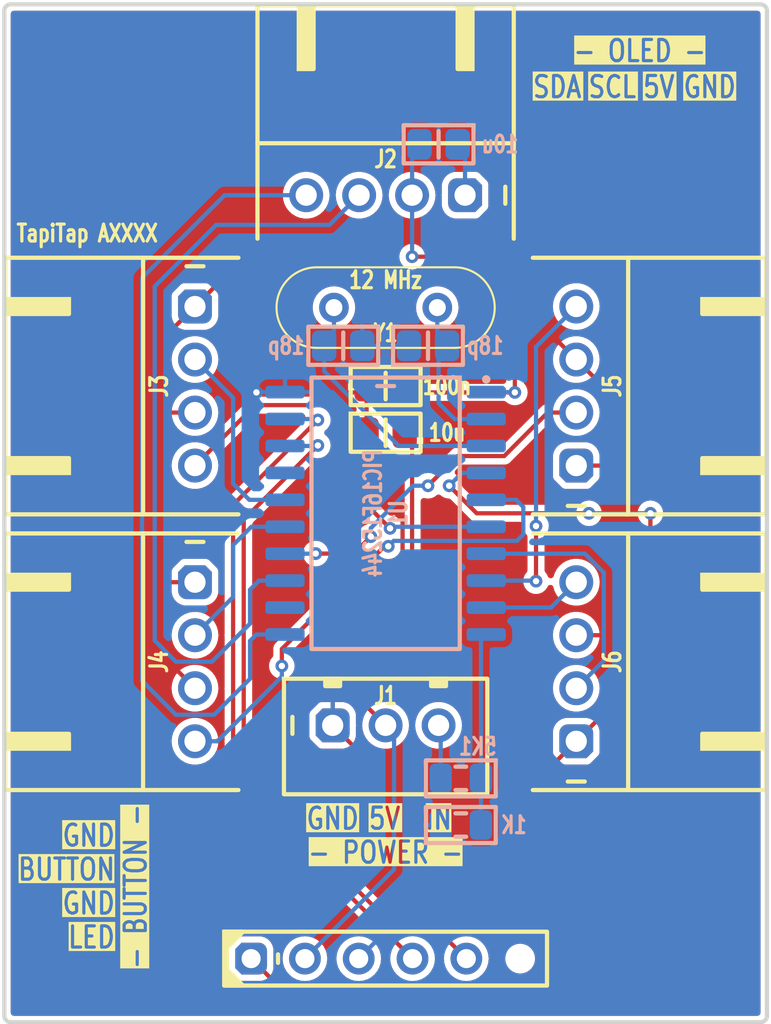
<source format=kicad_pcb>
(kicad_pcb (version 20240108) (generator "pcbnew") (generator_version "8.0")
  (layers (0 "F.Cu" signal) (31 "B.Cu" jumper) (34 "B.Paste" user) (35 "F.Paste" user) (36 "B.SilkS" user "B.Silkscreen") (37 "F.SilkS" user "F.Silkscreen") (38 "B.Mask" user) (39 "F.Mask" user) (44 "Edge.Cuts" user))
  (net 0 "")
  (net 1 "GND")
  (net 2 "5V")
  (net 3 "OSC1")
  (net 4 "OSC2")
  (net 5 "SCL")
  (net 6 "SDA")
  (net 7 "IN_BUTTON1")
  (net 8 "IN_BUTTON2")
  (net 9 "IN_BUTTON3")
  (net 10 "IN_BUTTON4")
  (net 11 "OUT_LED1")
  (net 12 "OUT_LED2")
  (net 13 "OUT_LED4")
  (net 14 "OUT_LED3")
  (net 15 "IN_ADC_BAT")
  (net 16 "ICSP_DAT")
  (net 17 "ISCP_CLK")
  (net 18 "ICSP_VPP")
  (net 19 "IN_Vinput")
  (footprint "Medo64:C (0805)" (layer "F.Cu") (at 38 40.2)
    (property "Reference" "C4" (hide yes))
    (property "Value" "10u" (at 2.9 0 0) (layer "F.SilkS") (effects (font (size 0.8 0.6) (thickness 0.15) (bold yes))))
    (fp_line (start 0 -0.625) (end 0 0.625) (stroke (width 0.2)) (layer "F.SilkS"))
    (fp_rect (start -1.65 -0.9) (end 1.65 0.9) (stroke (width 0.2)) (fill none) (layer "F.SilkS"))
    (pad "1" smd roundrect (at -0.9 0) (size 1.15 1.45) (layers "F.Cu" "F.Paste" "F.Mask") (net 1 "GND"))
    (pad "2" smd roundrect (at 0.9 0) (size 1.15 1.45) (layers "F.Cu" "F.Paste" "F.Mask") (net 2 "5V"))
  )
  (footprint "Medo64:J JST XH S (4w)" (layer "F.Cu") (at 47 51 90)
    (property "Reference" "J6" (at 0 1.7 -90) (layer "F.SilkS") (effects (font (size 0.8 0.6) (thickness 0.15) (bold yes))))
    (property "Value" "S4B-XH-A")
    (fp_line (start 6.05 -2.05) (end 6.05 2.45) (stroke (width 0.2)) (layer "F.SilkS"))
    (fp_line (start -6.05 -2.05) (end -6.05 2.45) (stroke (width 0.2)) (layer "F.SilkS"))
    (fp_line (start -5.65 -0.4) (end -5.65 0.4) (stroke (width 0.2)) (layer "F.SilkS"))
    (fp_rect (start -6.05 2.45) (end 6.05 8.95) (stroke (width 0.2)) (fill none) (layer "F.SilkS"))
    (fp_rect (start 4.1 5.95) (end 3.4 8.95) (stroke (width 0.2)) (fill solid) (layer "F.SilkS"))
    (fp_rect (start -4.1 5.95) (end -3.4 8.95) (stroke (width 0.2)) (fill solid) (layer "F.SilkS"))
    (pad "1" thru_hole roundrect (at -3.75 0 90) (size 1.6 1.6) (drill 1) (layers "*.Cu" "B.Mask") (chamfer_ratio 0.2) (chamfer top_left bottom_left) (net 1 "GND"))
    (pad "2" thru_hole circle (at -1.25 0 90) (size 1.6 1.6) (drill 1) (layers "*.Cu" "B.Mask") (net 10 "IN_BUTTON4"))
    (pad "3" thru_hole circle (at 1.25 0 90) (size 1.6 1.6) (drill 1) (layers "*.Cu" "B.Mask") (net 1 "GND"))
    (pad "4" thru_hole circle (at 3.75 0 90) (size 1.6 1.6) (drill 1) (layers "*.Cu" "B.Mask") (net 13 "OUT_LED4"))
  )
  (footprint "Medo64:J JST XH B (3w)" (layer "F.Cu") (at 38 54)
    (property "Reference" "J1" (at 0 -1.4 0) (layer "F.SilkS") (effects (font (size 0.8 0.6) (thickness 0.15) (bold yes))))
    (property "Value" "S4B-XH-A")
    (fp_line (start -4.4 -0.4) (end -4.4 0.4) (stroke (width 0.2)) (layer "F.SilkS"))
    (fp_rect (start -4.8 -2.2) (end 4.8 3.25) (stroke (width 0.2)) (fill none) (layer "F.SilkS"))
    (fp_rect (start -2.85 -2.2) (end -2.15 -1.85) (stroke (width 0.2)) (fill solid) (layer "F.SilkS"))
    (fp_rect (start 2.85 -2.2) (end 2.15 -1.85) (stroke (width 0.2)) (fill solid) (layer "F.SilkS"))
    (pad "1" thru_hole roundrect (at -2.5 0) (size 1.6 1.6) (drill 1) (layers "*.Cu" "B.Mask") (chamfer_ratio 0.2) (chamfer top_left bottom_left) (net 1 "GND"))
    (pad "2" thru_hole circle (at 0 0) (size 1.6 1.6) (drill 1) (layers "*.Cu" "B.Mask") (net 2 "5V"))
    (pad "3" thru_hole circle (at 2.5 0) (size 1.6 1.6) (drill 1) (layers "*.Cu" "B.Mask") (net 19 "IN_Vinput"))
  )
  (footprint "Medo64:J JST XH S (4w)" (layer "F.Cu") (at 38 29 180)
    (property "Reference" "J2" (at 0 1.7 180) (layer "F.SilkS") (effects (font (size 0.8 0.6) (thickness 0.15) (bold yes))))
    (property "Value" "S4B-XH-A")
    (fp_line (start 6.05 -2.05) (end 6.05 2.45) (stroke (width 0.2)) (layer "F.SilkS"))
    (fp_line (start -5.65 -0.4) (end -5.65 0.4) (stroke (width 0.2)) (layer "F.SilkS"))
    (fp_line (start -6.05 -2.05) (end -6.05 2.45) (stroke (width 0.2)) (layer "F.SilkS"))
    (fp_rect (start 4.1 5.95) (end 3.4 8.95) (stroke (width 0.2)) (fill solid) (layer "F.SilkS"))
    (fp_rect (start -4.1 5.95) (end -3.4 8.95) (stroke (width 0.2)) (fill solid) (layer "F.SilkS"))
    (fp_rect (start -6.05 2.45) (end 6.05 8.95) (stroke (width 0.2)) (fill none) (layer "F.SilkS"))
    (pad "1" thru_hole roundrect (at -3.75 0 180) (size 1.6 1.6) (drill 1) (layers "*.Cu" "B.Mask") (chamfer_ratio 0.2) (chamfer top_left bottom_left) (net 1 "GND"))
    (pad "2" thru_hole circle (at -1.25 0 180) (size 1.6 1.6) (drill 1) (layers "*.Cu" "B.Mask") (net 2 "5V"))
    (pad "3" thru_hole circle (at 1.25 0 180) (size 1.6 1.6) (drill 1) (layers "*.Cu" "B.Mask") (net 5 "SCL"))
    (pad "4" thru_hole circle (at 3.75 0 180) (size 1.6 1.6) (drill 1) (layers "*.Cu" "B.Mask") (net 6 "SDA"))
  )
  (footprint "Medo64:ICON Medo64" (layer "F.Cu") (at 24 24)
    (property "Reference" "ICON" (hide yes))
    (property "Value" "Medo64" (hide yes))
    (fp_poly (pts (xy 0.569 -0.353) (xy 0.506 -0.707) (xy 0.554 -0.778) (xy 0.719 -0.8) (xy 0.885 -0.786) (xy 0.979 -0.733) (xy 1.012 -0.682) (xy 0.902 -0.659) (xy 0.892 -0.612) (xy 0.793 -0.5) (xy 0.659 -0.583) (xy 0.647 -0.581) (xy 0.632 -0.391) (xy 0.622 -0.353) (xy 0.592 -0.334)) (stroke (width 0.1)) (fill solid) (layer "F.Cu"))
    (fp_poly (pts (xy -0.347 -0.253) (xy -0.412 -0.648) (xy -0.502 -0.544) (xy -0.626 -0.56) (xy -0.646 -0.595) (xy -0.654 -0.695) (xy -0.79 -0.696) (xy -0.777 -0.752) (xy -0.709 -0.806) (xy -0.594 -0.838) (xy -0.594 -0.861) (xy -0.645 -0.874) (xy -0.654 -0.893) (xy -0.626 -0.915) (xy -0.491 -0.913) (xy -0.267 -0.874) (xy -0.168 -0.787) (xy -0.23 -0.486) (xy -0.331 -0.233) (xy -0.339 -0.24)) (stroke (width 0.1)) (fill solid) (layer "F.Cu"))
    (fp_poly (pts (xy 0.115 0.742) (xy 0.0899 0.706) (xy 0.0781 0.566) (xy 0.0622 0.52) (xy 0.00798 0.502) (xy -0.097 0.566) (xy -0.155 0.508) (xy -0.174 0.31) (xy -0.101 0.133) (xy -0.0361 0.108) (xy 0.168 0.103) (xy 0.347 0.109) (xy 0.44 0.12) (xy 0.515 0.205) (xy 0.54 0.36) (xy 0.533 0.466) (xy 0.5 0.535) (xy 0.431 0.596) (xy 0.384 0.562) (xy 0.365 0.53) (xy 0.342 0.512) (xy 0.286 0.53) (xy 0.257 0.652) (xy 0.212 0.749)) (stroke (width 0.1)) (fill solid) (layer "F.Cu"))
    (fp_poly (pts (xy 1.137 1.588) (xy 1.377 1.227) (xy 1.493 0.853) (xy 1.544 0.455) (xy 1.551 0.378) (xy 1.595 0.367) (xy 1.649 0.379) (xy 1.781 0.45) (xy 1.801 0.39) (xy 1.761 0.0848) (xy 1.586 -0.417) (xy 1.555 -0.511) (xy 1.55 -0.558) (xy 1.648 -0.527) (xy 1.79 -0.423) (xy 1.958 -0.207) (xy 2.045 0.013) (xy 2.05 0.076) (xy 1.964 0.0819) (xy 1.999 0.548) (xy 1.973 0.89) (xy 1.846 1.245) (xy 1.444 1.662) (xy 1.007 1.949) (xy 0.62 2.1)) (stroke (width 0.1)) (fill solid) (layer "F.Cu"))
    (fp_poly (pts (xy -0.162 2.027) (xy -1.067 1.539) (xy -1.715 0.923) (xy -1.847 0.71) (xy -1.921 0.519) (xy -2.079 0.567) (xy -2.095 0.469) (xy -2.062 0.0937) (xy -1.952 -0.314) (xy -1.982 -0.367) (xy -2.06 -0.354) (xy -2.077 -0.422) (xy -1.93 -0.912) (xy -2.032 -1.227) (xy -2.034 -1.544) (xy -1.998 -1.647) (xy -1.903 -1.796) (xy -1.782 -1.9) (xy -1.695 -1.941) (xy -1.468 -1.93) (xy -1.663 -1.801) (xy -1.722 -1.753) (xy -1.784 -1.659) (xy -1.735 -1.66) (xy -1.576 -1.778) (xy -1.371 -1.817) (xy -1.254 -1.827) (xy -1.134 -1.877) (xy -0.852 -1.987) (xy -0.528 -2.073) (xy -0.0731 -2.1) (xy 0.509 -2.05) (xy 1.073 -1.842) (xy 1.317 -1.73) (xy 1.649 -1.779) (xy 1.837 -1.763) (xy 2.065 -1.59) (xy 1.802 -1.633) (xy 1.67 -1.615) (xy 1.959 -1.505) (xy 2.067 -1.378) (xy 2.085 -1.212) (xy 2.009 -0.915) (xy 2.099 -0.563) (xy 2.055 -0.501) (xy 1.891 -0.746) (xy 1.396 -1.198) (xy 1.522 -1.254) (xy 1.413 -1.428) (xy 1.101 -1.627) (xy 0.403 -1.839) (xy -0.366 -1.813) (xy -0.919 -1.642) (xy -1.209 -1.43) (xy -1.227 -1.366) (xy -0.981 -1.3) (xy -0.886 -1.23) (xy -1.21 -1.035) (xy -1.558 -0.628) (xy -1.682 -0.293) (xy -1.663 -0.238) (xy -1.492 -0.262) (xy -1.468 -0.242) (xy -1.547 0.268) (xy -1.529 0.375) (xy -1.464 0.408) (xy -1.339 0.39) (xy -1.231 0.419) (xy -1.16 0.905) (xy -0.625 0.656) (xy -0.494 0.655) (xy -0.414 1.002) (xy 0.18 1.002) (xy 0.561 1.064) (xy 0.751 0.985) (xy 0.746 1.053) (xy 0.624 1.17) (xy 0.142 1.154) (xy -0.23 1.188) (xy -0.449 1.178) (xy -0.342 1.347) (xy -0.189 1.45) (xy -0.0588 1.5) (xy 0.291 1.511) (xy 0.537 1.463) (xy 0.568 1.475) (xy 0.523 1.584) (xy 0.188 1.888) (xy 0.0332 2.1)) (stroke (width 0.1)) (fill solid) (layer "F.Cu"))
  )
  (footprint "Medo64:C (0805)" (layer "F.Cu") (at 38 38)
    (property "Reference" "C3" (hide yes))
    (property "Value" "100n" (at 2.9 0 0) (layer "F.SilkS") (effects (font (size 0.8 0.6) (thickness 0.15) (bold yes))))
    (fp_line (start 0 -0.625) (end 0 0.625) (stroke (width 0.2)) (layer "F.SilkS"))
    (fp_rect (start -1.65 -0.9) (end 1.65 0.9) (stroke (width 0.2)) (fill none) (layer "F.SilkS"))
    (pad "1" smd roundrect (at -0.9 0) (size 1.15 1.45) (layers "F.Cu" "F.Paste" "F.Mask") (net 1 "GND"))
    (pad "2" smd roundrect (at 0.9 0) (size 1.15 1.45) (layers "F.Cu" "F.Paste" "F.Mask") (net 2 "5V"))
  )
  (footprint "Medo64:ICSP PIC Pogo (6w)" (layer "F.Cu") (at 38 65)
    (property "Reference" "ICSP" (hide yes))
    (property "Value" "Microchip PIC" (hide yes))
    (fp_line (start -5.08 -0.2) (end -5.08 0.2) (stroke (width 0.2)) (layer "F.SilkS"))
    (fp_rect (start -7.62 -1.27) (end 7.62 1.27) (stroke (width 0.2)) (fill none) (layer "F.SilkS"))
    (fp_poly (pts (xy -7.493 -0.508) (xy -6.731 -1.27) (xy -7.62 -1.27) (xy -7.62 1.27) (xy -6.731 1.27) (xy -7.493 0.508)) (stroke (width 0.2)) (fill solid) (layer "F.SilkS"))
    (pad "" np_thru_hole circle (at 6.35 0) (size 0.9 0.9) (drill 0.9) (layers "F&B.Cu" "*.Mask"))
    (pad "1" thru_hole roundrect (at -6.35 0) (size 1.5 1.5) (drill 0.9) (layers "*.Cu" "*.Mask") (chamfer_ratio 0.2) (chamfer top_left bottom_left) (net 18 "ICSP_VPP"))
    (pad "2" thru_hole circle (at -3.81 0) (size 1.5 1.5) (drill 0.9) (layers "*.Cu" "*.Mask") (net 2 "5V"))
    (pad "3" thru_hole circle (at -1.27 0) (size 1.5 1.5) (drill 0.9) (layers "*.Cu" "*.Mask") (net 1 "GND"))
    (pad "4" thru_hole circle (at 1.27 0) (size 1.5 1.5) (drill 0.9) (layers "*.Cu" "*.Mask") (net 16 "ICSP_DAT"))
    (pad "5" thru_hole circle (at 3.81 0) (size 1.5 1.5) (drill 0.9) (layers "*.Cu" "*.Mask") (net 17 "ISCP_CLK"))
  )
  (footprint "Medo64:J JST XH S (4w)" (layer "F.Cu") (at 29 38 -90)
    (property "Reference" "J3" (at 0 1.7 90) (layer "F.SilkS") (effects (font (size 0.8 0.6) (thickness 0.15) (bold yes))))
    (property "Value" "S4B-XH-A")
    (fp_line (start -5.65 -0.4) (end -5.65 0.4) (stroke (width 0.2)) (layer "F.SilkS"))
    (fp_line (start -6.05 -2.05) (end -6.05 2.45) (stroke (width 0.2)) (layer "F.SilkS"))
    (fp_line (start 6.05 -2.05) (end 6.05 2.45) (stroke (width 0.2)) (layer "F.SilkS"))
    (fp_rect (start -4.1 5.95) (end -3.4 8.95) (stroke (width 0.2)) (fill solid) (layer "F.SilkS"))
    (fp_rect (start 4.1 5.95) (end 3.4 8.95) (stroke (width 0.2)) (fill solid) (layer "F.SilkS"))
    (fp_rect (start -6.05 2.45) (end 6.05 8.95) (stroke (width 0.2)) (fill none) (layer "F.SilkS"))
    (pad "1" thru_hole roundrect (at -3.75 0 270) (size 1.6 1.6) (drill 1) (layers "*.Cu" "B.Mask") (chamfer_ratio 0.2) (chamfer top_left bottom_left) (net 1 "GND"))
    (pad "2" thru_hole circle (at -1.25 0 270) (size 1.6 1.6) (drill 1) (layers "*.Cu" "B.Mask") (net 7 "IN_BUTTON1"))
    (pad "3" thru_hole circle (at 1.25 0 270) (size 1.6 1.6) (drill 1) (layers "*.Cu" "B.Mask") (net 1 "GND"))
    (pad "4" thru_hole circle (at 3.75 0 270) (size 1.6 1.6) (drill 1) (layers "*.Cu" "B.Mask") (net 11 "OUT_LED1"))
  )
  (footprint "Medo64:J JST XH S (4w)" (layer "F.Cu") (at 47 38 90)
    (property "Reference" "J5" (at 0 1.7 -90) (layer "F.SilkS") (effects (font (size 0.8 0.6) (thickness 0.15) (bold yes))))
    (property "Value" "S4B-XH-A")
    (fp_line (start 6.05 -2.05) (end 6.05 2.45) (stroke (width 0.2)) (layer "F.SilkS"))
    (fp_line (start -6.05 -2.05) (end -6.05 2.45) (stroke (width 0.2)) (layer "F.SilkS"))
    (fp_line (start -5.65 -0.4) (end -5.65 0.4) (stroke (width 0.2)) (layer "F.SilkS"))
    (fp_rect (start -6.05 2.45) (end 6.05 8.95) (stroke (width 0.2)) (fill none) (layer "F.SilkS"))
    (fp_rect (start 4.1 5.95) (end 3.4 8.95) (stroke (width 0.2)) (fill solid) (layer "F.SilkS"))
    (fp_rect (start -4.1 5.95) (end -3.4 8.95) (stroke (width 0.2)) (fill solid) (layer "F.SilkS"))
    (pad "1" thru_hole roundrect (at -3.75 0 90) (size 1.6 1.6) (drill 1) (layers "*.Cu" "B.Mask") (chamfer_ratio 0.2) (chamfer top_left bottom_left) (net 1 "GND"))
    (pad "2" thru_hole circle (at -1.25 0 90) (size 1.6 1.6) (drill 1) (layers "*.Cu" "B.Mask") (net 9 "IN_BUTTON3"))
    (pad "3" thru_hole circle (at 1.25 0 90) (size 1.6 1.6) (drill 1) (layers "*.Cu" "B.Mask") (net 1 "GND"))
    (pad "4" thru_hole circle (at 3.75 0 90) (size 1.6 1.6) (drill 1) (layers "*.Cu" "B.Mask") (net 14 "OUT_LED3"))
  )
  (footprint "Medo64:J JST XH S (4w)" (layer "F.Cu") (at 29 51 -90)
    (property "Reference" "J4" (at 0 1.7 90) (layer "F.SilkS") (effects (font (size 0.8 0.6) (thickness 0.15) (bold yes))))
    (property "Value" "S4B-XH-A")
    (fp_line (start -5.65 -0.4) (end -5.65 0.4) (stroke (width 0.2)) (layer "F.SilkS"))
    (fp_line (start -6.05 -2.05) (end -6.05 2.45) (stroke (width 0.2)) (layer "F.SilkS"))
    (fp_line (start 6.05 -2.05) (end 6.05 2.45) (stroke (width 0.2)) (layer "F.SilkS"))
    (fp_rect (start -4.1 5.95) (end -3.4 8.95) (stroke (width 0.2)) (fill solid) (layer "F.SilkS"))
    (fp_rect (start 4.1 5.95) (end 3.4 8.95) (stroke (width 0.2)) (fill solid) (layer "F.SilkS"))
    (fp_rect (start -6.05 2.45) (end 6.05 8.95) (stroke (width 0.2)) (fill none) (layer "F.SilkS"))
    (pad "1" thru_hole roundrect (at -3.75 0 270) (size 1.6 1.6) (drill 1) (layers "*.Cu" "B.Mask") (chamfer_ratio 0.2) (chamfer top_left bottom_left) (net 1 "GND"))
    (pad "2" thru_hole circle (at -1.25 0 270) (size 1.6 1.6) (drill 1) (layers "*.Cu" "B.Mask") (net 8 "IN_BUTTON2"))
    (pad "3" thru_hole circle (at 1.25 0 270) (size 1.6 1.6) (drill 1) (layers "*.Cu" "B.Mask") (net 1 "GND"))
    (pad "4" thru_hole circle (at 3.75 0 270) (size 1.6 1.6) (drill 1) (layers "*.Cu" "B.Mask") (net 12 "OUT_LED2"))
  )
  (footprint "Medo64:Y Crystal (HC49U)" (layer "F.Cu") (at 38 34.3 180)
    (property "Reference" "Y1" (at 0 -1.2 180) (layer "F.SilkS") (effects (font (size 0.8 0.6) (thickness 0.15) (bold yes))))
    (property "Value" "12 MHz" (at 0 1.3 180) (layer "F.SilkS") (effects (font (size 0.8 0.6) (thickness 0.15) (bold yes))))
    (fp_line (start -3.25 1.9) (end 3.25 1.9) (stroke (width 0.1)) (layer "F.SilkS"))
    (fp_line (start -3.25 -1.9) (end 3.25 -1.9) (stroke (width 0.1)) (layer "F.SilkS"))
    (fp_arc (start 5.15 0) (mid 4.593503 1.343503) (end 3.25 1.9) (stroke (width 0.1)) (layer "F.SilkS"))
    (fp_arc (start 3.25 -1.9) (mid 4.593503 -1.343503) (end 5.15 0) (stroke (width 0.1)) (layer "F.SilkS"))
    (fp_arc (start -3.25 1.9) (mid -4.593503 1.343503) (end -5.15 0) (stroke (width 0.1)) (layer "F.SilkS"))
    (fp_arc (start -5.15 0) (mid -4.593503 -1.343503) (end -3.25 -1.9) (stroke (width 0.1)) (layer "F.SilkS"))
    (pad "1" thru_hole circle (at -2.44 0 180) (size 1.4 1.4) (drill 0.8) (layers "*.Cu" "B.Mask") (net 3 "OSC1"))
    (pad "2" thru_hole circle (at 2.44 0 180) (size 1.4 1.4) (drill 0.8) (layers "*.Cu" "B.Mask") (net 4 "OSC2"))
  )
  (footprint "Medo64:C (0805)" (layer "B.Cu") (at 40.5 26.6)
    (property "Reference" "C5" (hide yes))
    (property "Value" "10u" (at 2.9 0 0) (layer "B.SilkS") (effects (font (size 0.8 0.6) (thickness 0.15) (bold yes)) (justify mirror)))
    (fp_line (start 0 -0.625) (end 0 0.625) (stroke (width 0.2)) (layer "B.SilkS"))
    (fp_rect (start 1.65 -0.9) (end -1.65 0.9) (stroke (width 0.2)) (fill none) (layer "B.SilkS"))
    (pad "1" smd roundrect (at -0.9 0) (size 1.15 1.45) (layers "B.Cu" "B.Paste" "B.Mask") (net 2 "5V"))
    (pad "2" smd roundrect (at 0.9 0) (size 1.15 1.45) (layers "B.Cu" "B.Paste" "B.Mask") (net 1 "GND"))
  )
  (footprint "Medo64:C (0805)" (layer "B.Cu") (at 40 36.1 180)
    (property "Reference" "C1" (hide yes))
    (property "Value" "18p" (at -2.7 0 180) (layer "B.SilkS") (effects (font (size 0.8 0.6) (thickness 0.15) (bold yes)) (justify mirror)))
    (fp_line (start 0 -0.625) (end 0 0.625) (stroke (width 0.2)) (layer "B.SilkS"))
    (fp_rect (start 1.65 -0.9) (end -1.65 0.9) (stroke (width 0.2)) (fill none) (layer "B.SilkS"))
    (pad "1" smd roundrect (at -0.9 0 180) (size 1.15 1.45) (layers "B.Cu" "B.Paste" "B.Mask") (net 3 "OSC1"))
    (pad "2" smd roundrect (at 0.9 0 180) (size 1.15 1.45) (layers "B.Cu" "B.Paste" "B.Mask") (net 1 "GND"))
  )
  (footprint "Medo64:U Micro [PIC16F15244] (SOIC-20)" (layer "B.Cu") (at 38 44 180)
    (property "Reference" "U1" (at -0.6 0 -90) (layer "B.SilkS") (effects (font (size 0.8 0.6)) (justify mirror)))
    (property "Value" "PIC16F15244" (at 0.6 0 -90) (layer "B.SilkS") (effects (font (size 0.8 0.6)) (justify mirror)))
    (fp_line (start 0.4 6) (end -0.4 6) (stroke (width 0.2)) (layer "B.SilkS"))
    (fp_rect (start -3.5 6.4) (end 3.5 -6.4) (stroke (width 0.2)) (fill none) (layer "B.SilkS"))
    (fp_circle (center -4.75 6.315) (end -4.6 6.315) (stroke (width 0.1)) (fill solid) (layer "B.SilkS"))
    (pad "1" smd roundrect (at -4.75 5.715 180) (size 1.85 0.6) (layers "B.Cu" "B.Paste" "B.Mask") (chamfer_ratio 0.2) (chamfer bottom_left bottom_right) (net 2 "5V"))
    (pad "2" smd roundrect (at -4.75 4.445 180) (size 1.85 0.6) (layers "B.Cu" "B.Paste" "B.Mask") (net 3 "OSC1"))
    (pad "3" smd roundrect (at -4.75 3.175 180) (size 1.85 0.6) (layers "B.Cu" "B.Paste" "B.Mask") (net 4 "OSC2"))
    (pad "4" smd roundrect (at -4.75 1.905 180) (size 1.85 0.6) (layers "B.Cu" "B.Paste" "B.Mask") (net 18 "ICSP_VPP"))
    (pad "5" smd roundrect (at -4.75 0.635 180) (size 1.85 0.6) (layers "B.Cu" "B.Paste" "B.Mask") (net 12 "OUT_LED2"))
    (pad "6" smd roundrect (at -4.75 -0.635 180) (size 1.85 0.6) (layers "B.Cu" "B.Paste" "B.Mask") (net 11 "OUT_LED1"))
    (pad "7" smd roundrect (at -4.75 -1.905 180) (size 1.85 0.6) (layers "B.Cu" "B.Paste" "B.Mask") (net 10 "IN_BUTTON4"))
    (pad "8" smd roundrect (at -4.75 -3.175 180) (size 1.85 0.6) (layers "B.Cu" "B.Paste" "B.Mask") (net 14 "OUT_LED3"))
    (pad "9" smd roundrect (at -4.75 -4.445 180) (size 1.85 0.6) (layers "B.Cu" "B.Paste" "B.Mask") (net 13 "OUT_LED4"))
    (pad "10" smd roundrect (at -4.75 -5.715 180) (size 1.85 0.6) (layers "B.Cu" "B.Paste" "B.Mask") (net 15 "IN_ADC_BAT"))
    (pad "11" smd roundrect (at 4.75 -5.715 180) (size 1.85 0.6) (layers "B.Cu" "B.Paste" "B.Mask") (net 6 "SDA"))
    (pad "12" smd roundrect (at 4.75 -4.445 180) (size 1.85 0.6) (layers "B.Cu" "B.Paste" "B.Mask"))
    (pad "13" smd roundrect (at 4.75 -3.175 180) (size 1.85 0.6) (layers "B.Cu" "B.Paste" "B.Mask") (net 5 "SCL"))
    (pad "14" smd roundrect (at 4.75 -1.905 180) (size 1.85 0.6) (layers "B.Cu" "B.Paste" "B.Mask") (net 9 "IN_BUTTON3"))
    (pad "15" smd roundrect (at 4.75 -0.635 180) (size 1.85 0.6) (layers "B.Cu" "B.Paste" "B.Mask") (net 8 "IN_BUTTON2"))
    (pad "16" smd roundrect (at 4.75 0.635 180) (size 1.85 0.6) (layers "B.Cu" "B.Paste" "B.Mask") (net 7 "IN_BUTTON1"))
    (pad "17" smd roundrect (at 4.75 1.905 180) (size 1.85 0.6) (layers "B.Cu" "B.Paste" "B.Mask"))
    (pad "18" smd roundrect (at 4.75 3.175 180) (size 1.85 0.6) (layers "B.Cu" "B.Paste" "B.Mask") (net 17 "ISCP_CLK"))
    (pad "19" smd roundrect (at 4.75 4.445 180) (size 1.85 0.6) (layers "B.Cu" "B.Paste" "B.Mask") (net 16 "ICSP_DAT"))
    (pad "20" smd roundrect (at 4.75 5.715 180) (size 1.85 0.6) (layers "B.Cu" "B.Paste" "B.Mask") (net 1 "GND"))
  )
  (footprint "Medo64:C (0805)" (layer "B.Cu") (at 36 36.1)
    (property "Reference" "C2" (hide yes))
    (property "Value" "18p" (at -2.7 0 0) (layer "B.SilkS") (effects (font (size 0.8 0.6) (thickness 0.15) (bold yes)) (justify mirror)))
    (fp_line (start 0 -0.625) (end 0 0.625) (stroke (width 0.2)) (layer "B.SilkS"))
    (fp_rect (start 1.65 -0.9) (end -1.65 0.9) (stroke (width 0.2)) (fill none) (layer "B.SilkS"))
    (pad "1" smd roundrect (at -0.9 0) (size 1.15 1.45) (layers "B.Cu" "B.Paste" "B.Mask") (net 4 "OSC2"))
    (pad "2" smd roundrect (at 0.9 0) (size 1.15 1.45) (layers "B.Cu" "B.Paste" "B.Mask") (net 1 "GND"))
  )
  (footprint "Medo64:R (0805)" (layer "B.Cu") (at 41.55 56.5)
    (property "Reference" "R2" (hide yes))
    (property "Value" "5K1" (at 0.8 -1.5 0) (layer "B.SilkS") (effects (font (size 0.8 0.6)) (justify mirror)))
    (fp_line (start 0.25 -0.55) (end -0.25 -0.55) (stroke (width 0.2)) (layer "B.SilkS"))
    (fp_line (start 0.25 0.55) (end -0.25 0.55) (stroke (width 0.2)) (layer "B.SilkS"))
    (fp_rect (start 1.65 -0.85) (end -1.65 0.85) (stroke (width 0.2)) (fill none) (layer "B.SilkS"))
    (pad "1" smd roundrect (at -0.95 0) (size 1.05 1.4) (layers "B.Cu" "B.Paste" "B.Mask") (net 19 "IN_Vinput"))
    (pad "2" smd roundrect (at 0.95 0) (size 1.05 1.4) (layers "B.Cu" "B.Paste" "B.Mask") (net 15 "IN_ADC_BAT"))
  )
  (footprint "Medo64:R (0805)" (layer "B.Cu") (at 41.55 58.7 180)
    (property "Reference" "R1" (hide yes))
    (property "Value" "1K" (at -2.5 0 180) (layer "B.SilkS") (effects (font (size 0.8 0.6)) (justify mirror)))
    (fp_line (start 0.25 0.55) (end -0.25 0.55) (stroke (width 0.2)) (layer "B.SilkS"))
    (fp_line (start 0.25 -0.55) (end -0.25 -0.55) (stroke (width 0.2)) (layer "B.SilkS"))
    (fp_rect (start 1.65 -0.85) (end -1.65 0.85) (stroke (width 0.2)) (fill none) (layer "B.SilkS"))
    (pad "1" smd roundrect (at -0.95 0 180) (size 1.05 1.4) (layers "B.Cu" "B.Paste" "B.Mask") (net 15 "IN_ADC_BAT"))
    (pad "2" smd roundrect (at 0.95 0 180) (size 1.05 1.4) (layers "B.Cu" "B.Paste" "B.Mask") (net 1 "GND"))
  )
  (gr_arc (start 55.7 20) (mid 55.912132 20.087868) (end 56 20.3) (stroke (width 0.2)) (layer "Edge.Cuts"))
  (gr_arc (start 20 20.3) (mid 20.087868 20.087868) (end 20.3 20) (stroke (width 0.2)) (layer "Edge.Cuts"))
  (gr_arc (start 56 67.7) (mid 55.912132 67.912132) (end 55.7 68) (stroke (width 0.2)) (layer "Edge.Cuts"))
  (gr_line (start 56 20.3) (end 56 67.7) (stroke (width 0.2)) (layer "Edge.Cuts"))
  (gr_line (start 20.3 20) (end 55.7 20) (stroke (width 0.2)) (layer "Edge.Cuts"))
  (gr_line (start 20 20.3) (end 20 67.7) (stroke (width 0.2)) (layer "Edge.Cuts"))
  (gr_line (start 55.7 68) (end 20.3 68) (stroke (width 0.2)) (layer "Edge.Cuts"))
  (gr_arc (start 20.3 68) (mid 20.087868 67.912132) (end 20 67.7) (stroke (width 0.2)) (layer "Edge.Cuts"))
  (gr_text "- OLED -" (at 50 22.2 0) (layer "F.SilkS" knockout) (effects (font (size 1 0.8) (thickness 0.15) (bold yes))))
  (gr_text "- POWER -" (at 38 60 0) (layer "F.SilkS" knockout) (effects (font (size 1 0.8) (thickness 0.15) (bold yes))))
  (gr_text "5V" (at 50.9 23.9 0) (layer "F.SilkS" knockout) (effects (font (size 1 0.8) (thickness 0.15) (bold yes))))
  (gr_text "GND" (at 25.3 62.4 0) (layer "F.SilkS" knockout) (effects (font (size 1 0.8) (thickness 0.15) (bold yes)) (justify right)))
  (gr_text "GND" (at 25.3 59.2 0) (layer "F.SilkS" knockout) (effects (font (size 1 0.8) (thickness 0.15) (bold yes)) (justify right)))
  (gr_text "GND" (at 35.5 58.4 0) (layer "F.SilkS" knockout) (effects (font (size 1 0.8) (thickness 0.15) (bold yes))))
  (gr_text "SCL" (at 48.7 23.9 0) (layer "F.SilkS" knockout) (effects (font (size 1 0.8) (thickness 0.15) (bold yes))))
  (gr_text "TapiTap AXXXX" (at 20.5 30.8 0) (layer "F.SilkS") (effects (font (size 0.8 0.6) (thickness 0.15) (bold yes)) (justify left)))
  (gr_text "SDA" (at 46.1 23.9 0) (layer "F.SilkS" knockout) (effects (font (size 1 0.8) (thickness 0.15) (bold yes))))
  (gr_text "IN" (at 40.5 58.4 0) (layer "F.SilkS" knockout) (effects (font (size 1 0.8) (thickness 0.15) (bold yes))))
  (gr_text "- BUTTON -" (at 26.2 61.6 90) (layer "F.SilkS" knockout) (effects (font (size 1 0.8) (thickness 0.15) (bold yes))))
  (gr_text "LED" (at 25.3 64 0) (layer "F.SilkS" knockout) (effects (font (size 1 0.8) (thickness 0.15) (bold yes)) (justify right)))
  (gr_text "5V" (at 37.95 58.4 0) (layer "F.SilkS" knockout) (effects (font (size 1 0.8) (thickness 0.15) (bold yes))))
  (gr_text "BUTTON" (at 25.3 60.8 0) (layer "F.SilkS" knockout) (effects (font (size 1 0.8) (thickness 0.15) (bold yes)) (justify right)))
  (gr_text "GND" (at 53.3 23.9 0) (layer "F.SilkS" knockout) (effects (font (size 1 0.8) (thickness 0.15) (bold yes))))
  (segment (start 48.5 38.25) (end 47 36.75) (width 0.2) (layer "F.Cu") (net 1))
  (segment (start 37.4 55.9) (end 35.5 54) (width 0.2) (layer "F.Cu") (net 1))
  (segment (start 38.8 47.5) (end 38.8 41.9) (width 0.2) (layer "F.Cu") (net 1))
  (segment (start 27.5 47.25) (end 29 47.25) (width 0.2) (layer "F.Cu") (net 1))
  (segment (start 48.5 41.75) (end 48.5 49.75) (width 0.2) (layer "F.Cu") (net 1))
  (segment (start 27.5 35.75) (end 27.5 39.25) (width 0.2) (layer "F.Cu") (net 1))
  (segment (start 47 54.75) (end 45.85 55.9) (width 0.2) (layer "F.Cu") (net 1))
  (segment (start 29 34.25) (end 27.5 35.75) (width 0.2) (layer "F.Cu") (net 1))
  (segment (start 48.5 41.75) (end 48.5 38.25) (width 0.2) (layer "F.Cu") (net 1))
  (segment (start 47 54.75) (end 48.5 53.25) (width 0.2) (layer "F.Cu") (net 1))
  (segment (start 37.1 40.2) (end 37.1 38) (width 0.2) (layer "F.Cu") (net 1))
  (segment (start 35.5 54) (end 35.5 50.8) (width 0.2) (layer "F.Cu") (net 1))
  (segment (start 35.5 52.25) (end 35.5 54) (width 0.2) (layer "F.Cu") (net 1))
  (segment (start 27.5 47.25) (end 27.5 39.25) (width 0.2) (layer "F.Cu") (net 1))
  (segment (start 47 41.75) (end 48.5 41.75) (width 0.2) (layer "F.Cu") (net 1))
  (segment (start 27.5 50.75) (end 27.5 47.25) (width 0.2) (layer "F.Cu") (net 1))
  (segment (start 36.8 38.3) (end 31.9 38.3) (width 0.2) (layer "F.Cu") (net 1))
  (segment (start 47 36.75) (end 41.45 31.2) (width 0.2) (layer "F.Cu") (net 1))
  (segment (start 37.1 38) (end 36.8 38.3) (width 0.2) (layer "F.Cu") (net 1))
  (segment (start 29 52.25) (end 27.5 50.75) (width 0.2) (layer "F.Cu") (net 1))
  (segment (start 35.5 50.8) (end 38.8 47.5) (width 0.2) (layer "F.Cu") (net 1))
  (segment (start 48.5 49.75) (end 47 49.75) (width 0.2) (layer "F.Cu") (net 1))
  (segment (start 41.45 31.2) (end 32.05 31.2) (width 0.2) (layer "F.Cu") (net 1))
  (segment (start 48.5 53.25) (end 48.5 49.75) (width 0.2) (layer "F.Cu") (net 1))
  (segment (start 45.85 55.9) (end 37.4 55.9) (width 0.2) (layer "F.Cu") (net 1))
  (segment (start 27.5 39.25) (end 29 39.25) (width 0.2) (layer "F.Cu") (net 1))
  (segment (start 38.8 41.9) (end 37.1 40.2) (width 0.2) (layer "F.Cu") (net 1))
  (segment (start 32.05 31.2) (end 29 34.25) (width 0.2) (layer "F.Cu") (net 1))
  (via (at 31.9 38.3) (size 0.6) (drill 0.3) (layers "F.Cu" "B.Cu") (net 1))
  (segment (start 36.2 33.1) (end 34.8 33.1) (width 0.2) (layer "B.Cu") (net 1))
  (segment (start 39.25 53) (end 38.75 52.5) (width 0.2) (layer "B.Cu") (net 1))
  (segment (start 39.25 58.7) (end 39.25 62.48) (width 0.2) (layer "B.Cu") (net 1))
  (segment (start 33.25 34.65) (end 33.25 38.285) (width 0.2) (layer "B.Cu") (net 1))
  (segment (start 41.75 26.95) (end 41.4 26.6) (width 0.2) (layer "B.Cu") (net 1))
  (segment (start 35.5 51.5) (end 35.5 52.5) (width 0.2) (layer "B.Cu") (net 1))
  (segment (start 38.75 52.5) (end 35.5 52.5) (width 0.2) (layer "B.Cu") (net 1))
  (segment (start 35.485 38.285) (end 36.75 39.55) (width 0.2) (layer "B.Cu") (net 1))
  (segment (start 31.985 38.285) (end 31.9 38.2) (width 0.2) (layer "B.Cu") (net 1))
  (segment (start 36.75 39.55) (end 36.75 50.25) (width 0.2) (layer "B.Cu") (net 1))
  (segment (start 34.8 33.1) (end 33.25 34.65) (width 0.2) (layer "B.Cu") (net 1))
  (segment (start 35.5 52.5) (end 35.5 54) (width 0.2) (layer "B.Cu") (net 1))
  (segment (start 33.25 38.285) (end 35.485 38.285) (width 0.2) (layer "B.Cu") (net 1))
  (segment (start 39.1 36.1) (end 36.9 36.1) (width 0.2) (layer "B.Cu") (net 1))
  (segment (start 33.25 38.285) (end 31.985 38.285) (width 0.2) (layer "B.Cu") (net 1))
  (segment (start 40.6 58.7) (end 39.25 58.7) (width 0.2) (layer "B.Cu") (net 1))
  (segment (start 39.25 58.7) (end 39.25 53) (width 0.2) (layer "B.Cu") (net 1))
  (segment (start 39.25 62.48) (end 36.73 65) (width 0.2) (layer "B.Cu") (net 1))
  (segment (start 36.75 50.25) (end 35.5 51.5) (width 0.2) (layer "B.Cu") (net 1))
  (segment (start 36.9 36.1) (end 36.9 33.8) (width 0.2) (layer "B.Cu") (net 1))
  (segment (start 41.75 29) (end 41.75 26.95) (width 0.2) (layer "B.Cu") (net 1))
  (segment (start 36.9 33.8) (end 36.2 33.1) (width 0.2) (layer "B.Cu") (net 1))
  (segment (start 39.25 47.75) (end 39.25 40.55) (width 0.2) (layer "F.Cu") (net 2))
  (segment (start 44.1 34.6) (end 41.4 31.9) (width 0.2) (layer "F.Cu") (net 2))
  (segment (start 39.25 40.55) (end 38.9 40.2) (width 0.2) (layer "F.Cu") (net 2))
  (segment (start 39.2 38.3) (end 44.3 38.3) (width 0.2) (layer "F.Cu") (net 2))
  (segment (start 38 54) (end 36.75 52.75) (width 0.2) (layer "F.Cu") (net 2))
  (segment (start 36.75 52.75) (end 36.75 50.25) (width 0.2) (layer "F.Cu") (net 2))
  (segment (start 44.1 38.3) (end 44.1 34.6) (width 0.2) (layer "F.Cu") (net 2))
  (segment (start 38.9 38) (end 39.2 38.3) (width 0.2) (layer "F.Cu") (net 2))
  (segment (start 38.9 40.2) (end 38.9 38) (width 0.2) (layer "F.Cu") (net 2))
  (segment (start 36.75 50.25) (end 39.25 47.75) (width 0.2) (layer "F.Cu") (net 2))
  (segment (start 41.4 31.9) (end 39.25 31.9) (width 0.2) (layer "F.Cu") (net 2))
  (via (at 44.1 38.3) (size 0.6) (drill 0.3) (layers "F.Cu" "B.Cu") (net 2))
  (via (at 39.25 31.9) (size 0.6) (drill 0.3) (layers "F.Cu" "B.Cu") (net 2))
  (segment (start 44.1 38.3) (end 44.3 38.3) (width 0.2) (layer "B.Cu") (net 2))
  (segment (start 38 54) (end 38.4 54.4) (width 0.2) (layer "B.Cu") (net 2))
  (segment (start 38.4 54.4) (end 38.4 60.79) (width 0.2) (layer "B.Cu") (net 2))
  (segment (start 42.75 38.285) (end 44.085 38.285) (width 0.2) (layer "B.Cu") (net 2))
  (segment (start 38.4 60.79) (end 34.19 65) (width 0.2) (layer "B.Cu") (net 2))
  (segment (start 44.085 38.285) (end 44.1 38.3) (width 0.2) (layer "B.Cu") (net 2))
  (segment (start 39.25 29) (end 39.25 31.9) (width 0.2) (layer "B.Cu") (net 2))
  (segment (start 39.25 26.95) (end 39.6 26.6) (width 0.2) (layer "B.Cu") (net 2))
  (segment (start 39.25 29) (end 39.25 26.95) (width 0.2) (layer "B.Cu") (net 2))
  (segment (start 40.44 34.3) (end 40.44 35.64) (width 0.2) (layer "B.Cu") (net 3))
  (segment (start 40.9 36.1) (end 40.5 36.5) (width 0.2) (layer "B.Cu") (net 3))
  (segment (start 40.5 36.5) (end 40.5 38.8) (width 0.2) (layer "B.Cu") (net 3))
  (segment (start 41.255 39.555) (end 42.75 39.555) (width 0.2) (layer "B.Cu") (net 3))
  (segment (start 40.44 35.64) (end 40.9 36.1) (width 0.2) (layer "B.Cu") (net 3))
  (segment (start 40.5 38.8) (end 41.255 39.555) (width 0.2) (layer "B.Cu") (net 3))
  (segment (start 35.1 37.3) (end 35.1 36.1) (width 0.2) (layer "B.Cu") (net 4))
  (segment (start 35.56 35.64) (end 35.1 36.1) (width 0.2) (layer "B.Cu") (net 4))
  (segment (start 35.56 34.3) (end 35.56 35.64) (width 0.2) (layer "B.Cu") (net 4))
  (segment (start 38.625 40.825) (end 35.1 37.3) (width 0.2) (layer "B.Cu") (net 4))
  (segment (start 42.75 40.825) (end 38.625 40.825) (width 0.2) (layer "B.Cu") (net 4))
  (segment (start 28.1 51) (end 27.1 50) (width 0.2) (layer "B.Cu") (net 5))
  (segment (start 33.25 47.175) (end 32.025 47.175) (width 0.2) (layer "B.Cu") (net 5))
  (segment (start 29.8 51) (end 28.1 51) (width 0.2) (layer "B.Cu") (net 5))
  (segment (start 27.1 50) (end 27.1 33.3) (width 0.2) (layer "B.Cu") (net 5))
  (segment (start 32.025 47.175) (end 31.6 47.6) (width 0.2) (layer "B.Cu") (net 5))
  (segment (start 31.6 49.2) (end 29.8 51) (width 0.2) (layer "B.Cu") (net 5))
  (segment (start 31.6 47.6) (end 31.6 49.2) (width 0.2) (layer "B.Cu") (net 5))
  (segment (start 27.1 33.3) (end 30 30.4) (width 0.2) (layer "B.Cu") (net 5))
  (segment (start 30 30.4) (end 35.35 30.4) (width 0.2) (layer "B.Cu") (net 5))
  (segment (start 35.35 30.4) (end 36.75 29) (width 0.2) (layer "B.Cu") (net 5))
  (segment (start 31.6 50.015) (end 31.9 49.715) (width 0.2) (layer "B.Cu") (net 6))
  (segment (start 31.9 49.715) (end 33.25 49.715) (width 0.2) (layer "B.Cu") (net 6))
  (segment (start 26.5 51.9) (end 28.1 53.5) (width 0.2) (layer "B.Cu") (net 6))
  (segment (start 26.5 32.9) (end 26.5 51.9) (width 0.2) (layer "B.Cu") (net 6))
  (segment (start 28.1 53.5) (end 29.9 53.5) (width 0.2) (layer "B.Cu") (net 6))
  (segment (start 29.9 53.5) (end 31.6 51.8) (width 0.2) (layer "B.Cu") (net 6))
  (segment (start 31.6 51.8) (end 31.6 50.015) (width 0.2) (layer "B.Cu") (net 6))
  (segment (start 30.4 29) (end 26.5 32.9) (width 0.2) (layer "B.Cu") (net 6))
  (segment (start 34.25 29) (end 30.4 29) (width 0.2) (layer "B.Cu") (net 6))
  (segment (start 30.8 42.6) (end 30.8 38.55) (width 0.2) (layer "B.Cu") (net 7))
  (segment (start 33.25 43.365) (end 31.565 43.365) (width 0.2) (layer "B.Cu") (net 7))
  (segment (start 30.8 38.55) (end 29 36.75) (width 0.2) (layer "B.Cu") (net 7))
  (segment (start 31.565 43.365) (end 30.8 42.6) (width 0.2) (layer "B.Cu") (net 7))
  (segment (start 30.8 47.95) (end 29 49.75) (width 0.2) (layer "B.Cu") (net 8))
  (segment (start 33.25 44.635) (end 31.665 44.635) (width 0.2) (layer "B.Cu") (net 8))
  (segment (start 31.665 44.635) (end 30.8 45.5) (width 0.2) (layer "B.Cu") (net 8))
  (segment (start 30.8 45.5) (end 30.8 47.95) (width 0.2) (layer "B.Cu") (net 8))
  (segment (start 43.6 41.3) (end 41.4 41.3) (width 0.2) (layer "F.Cu") (net 9))
  (segment (start 36.5 45.9) (end 34.7 45.9) (width 0.2) (layer "F.Cu") (net 9))
  (segment (start 47 39.25) (end 45.65 39.25) (width 0.2) (layer "F.Cu") (net 9))
  (segment (start 41.4 41.3) (end 40 42.7) (width 0.2) (layer "F.Cu") (net 9))
  (segment (start 37.3 45.1) (end 36.5 45.9) (width 0.2) (layer "F.Cu") (net 9))
  (segment (start 45.65 39.25) (end 43.6 41.3) (width 0.2) (layer "F.Cu") (net 9))
  (via (at 34.7 45.9) (size 0.6) (drill 0.3) (layers "F.Cu" "B.Cu") (net 9))
  (via (at 37.3 45.1) (size 0.6) (drill 0.3) (layers "F.Cu" "B.Cu") (net 9))
  (via (at 40 42.7) (size 0.6) (drill 0.3) (layers "F.Cu" "B.Cu") (net 9))
  (segment (start 37.3 44.7) (end 39.3 42.7) (width 0.2) (layer "B.Cu") (net 9))
  (segment (start 34.695 45.905) (end 34.7 45.9) (width 0.2) (layer "B.Cu") (net 9))
  (segment (start 37.3 45.1) (end 37.3 44.7) (width 0.2) (layer "B.Cu") (net 9))
  (segment (start 39.3 42.7) (end 40 42.7) (width 0.2) (layer "B.Cu") (net 9))
  (segment (start 33.25 45.905) (end 34.695 45.905) (width 0.2) (layer "B.Cu") (net 9))
  (segment (start 48.3 50.95) (end 48.3 46.8) (width 0.2) (layer "B.Cu") (net 10))
  (segment (start 47 52.25) (end 48.3 50.95) (width 0.2) (layer "B.Cu") (net 10))
  (segment (start 47.405 45.905) (end 42.75 45.905) (width 0.2) (layer "B.Cu") (net 10))
  (segment (start 48.3 46.8) (end 47.405 45.905) (width 0.2) (layer "B.Cu") (net 10))
  (segment (start 35.2 38.9) (end 36.275 39.975) (width 0.2) (layer "F.Cu") (net 11))
  (segment (start 36.275 42.775) (end 38.20962 44.70962) (width 0.2) (layer "F.Cu") (net 11))
  (segment (start 36.275 39.975) (end 36.275 42.775) (width 0.2) (layer "F.Cu") (net 11))
  (segment (start 31.85 38.9) (end 35.2 38.9) (width 0.2) (layer "F.Cu") (net 11))
  (segment (start 29 41.75) (end 31.85 38.9) (width 0.2) (layer "F.Cu") (net 11))
  (via (at 38.20962 44.70962) (size 0.6) (drill 0.3) (layers "F.Cu" "B.Cu") (net 11))
  (segment (start 42.75 44.635) (end 38.28424 44.635) (width 0.2) (layer "B.Cu") (net 11))
  (segment (start 38.28424 44.635) (end 38.20962 44.70962) (width 0.2) (layer "B.Cu") (net 11))
  (segment (start 33.1 50.4) (end 33.1 51.2) (width 0.2) (layer "F.Cu") (net 12))
  (segment (start 38.124935 45.555393) (end 37.944607 45.555393) (width 0.2) (layer "F.Cu") (net 12))
  (segment (start 37.944607 45.555393) (end 33.1 50.4) (width 0.2) (layer "F.Cu") (net 12))
  (via (at 33.1 51.2) (size 0.6) (drill 0.3) (layers "F.Cu" "B.Cu") (net 12))
  (via (at 38.124935 45.555393) (size 0.6) (drill 0.3) (layers "F.Cu" "B.Cu") (net 12))
  (segment (start 33.1 51.7) (end 33.1 51.2) (width 0.2) (layer "B.Cu") (net 12))
  (segment (start 38.1 45.4) (end 38.124935 45.424935) (width 0.2) (layer "B.Cu") (net 12))
  (segment (start 38.124935 45.424935) (end 38.124935 45.555393) (width 0.2) (layer "B.Cu") (net 12))
  (segment (start 30.05 54.75) (end 33.1 51.7) (width 0.2) (layer "B.Cu") (net 12))
  (segment (start 42.75 43.365) (end 44.165 43.365) (width 0.2) (layer "B.Cu") (net 12))
  (segment (start 44.5 45) (end 44.2 45.3) (width 0.2) (layer "B.Cu") (net 12))
  (segment (start 29 54.75) (end 30.05 54.75) (width 0.2) (layer "B.Cu") (net 12))
  (segment (start 44.165 43.365) (end 44.5 43.7) (width 0.2) (layer "B.Cu") (net 12))
  (segment (start 38.380328 45.3) (end 38.124935 45.555393) (width 0.2) (layer "B.Cu") (net 12))
  (segment (start 44.2 45.3) (end 38.380328 45.3) (width 0.2) (layer "B.Cu") (net 12))
  (segment (start 44.5 43.7) (end 44.5 45) (width 0.2) (layer "B.Cu") (net 12))
  (segment (start 42.75 48.445) (end 45.805 48.445) (width 0.2) (layer "B.Cu") (net 13))
  (segment (start 45.805 48.445) (end 47 47.25) (width 0.2) (layer "B.Cu") (net 13))
  (segment (start 45.1 47.2) (end 45.1 44.6) (width 0.2) (layer "F.Cu") (net 14))
  (via (at 45.1 47.2) (size 0.6) (drill 0.3) (layers "F.Cu" "B.Cu") (net 14))
  (via (at 45.1 44.6) (size 0.6) (drill 0.3) (layers "F.Cu" "B.Cu") (net 14))
  (segment (start 42.75 47.175) (end 45.075 47.175) (width 0.2) (layer "B.Cu") (net 14))
  (segment (start 45.1 44.6) (end 45.1 36.15) (width 0.2) (layer "B.Cu") (net 14))
  (segment (start 45.075 47.175) (end 45.1 47.2) (width 0.2) (layer "B.Cu") (net 14))
  (segment (start 45.1 36.15) (end 47 34.25) (width 0.2) (layer "B.Cu") (net 14))
  (segment (start 42.5 58.7) (end 42.5 56.5) (width 0.2) (layer "B.Cu") (net 15))
  (segment (start 42.5 49.965) (end 42.75 49.715) (width 0.2) (layer "B.Cu") (net 15))
  (segment (start 42.5 56.5) (end 42.5 49.965) (width 0.2) (layer "B.Cu") (net 15))
  (segment (start 30.8 43.6) (end 34.8 39.6) (width 0.2) (layer "F.Cu") (net 16))
  (segment (start 30.8 56.53) (end 30.8 43.6) (width 0.2) (layer "F.Cu") (net 16))
  (segment (start 39.27 65) (end 30.8 56.53) (width 0.2) (layer "F.Cu") (net 16))
  (via (at 34.8 39.6) (size 0.6) (drill 0.3) (layers "F.Cu" "B.Cu") (net 16))
  (segment (start 34.755 39.555) (end 34.8 39.6) (width 0.2) (layer "B.Cu") (net 16))
  (segment (start 33.25 39.555) (end 34.755 39.555) (width 0.2) (layer "B.Cu") (net 16))
  (segment (start 38.5 63.6) (end 31.3 56.4) (width 0.2) (layer "F.Cu") (net 17))
  (segment (start 31.3 44.300002) (end 34.8 40.800002) (width 0.2) (layer "F.Cu") (net 17))
  (segment (start 31.3 56.4) (end 31.3 44.300002) (width 0.2) (layer "F.Cu") (net 17))
  (segment (start 40.41 63.6) (end 38.5 63.6) (width 0.2) (layer "F.Cu") (net 17))
  (segment (start 41.81 65) (end 40.41 63.6) (width 0.2) (layer "F.Cu") (net 17))
  (via (at 34.8 40.800002) (size 0.6) (drill 0.3) (layers "F.Cu" "B.Cu") (net 17))
  (segment (start 34.775002 40.825) (end 34.8 40.800002) (width 0.2) (layer "B.Cu") (net 17))
  (segment (start 33.25 40.825) (end 34.775002 40.825) (width 0.2) (layer "B.Cu") (net 17))
  (segment (start 50.5 62.6) (end 50.5 44) (width 0.2) (layer "F.Cu") (net 18))
  (segment (start 46.6 66.5) (end 50.5 62.6) (width 0.2) (layer "F.Cu") (net 18))
  (segment (start 42.3 44) (end 41 42.7) (width 0.2) (layer "F.Cu") (net 18))
  (segment (start 47.6 44) (end 42.3 44) (width 0.2) (layer "F.Cu") (net 18))
  (segment (start 31.65 65) (end 33.15 66.5) (width 0.2) (layer "F.Cu") (net 18))
  (segment (start 33.15 66.5) (end 46.6 66.5) (width 0.2) (layer "F.Cu") (net 18))
  (via (at 50.5 44) (size 0.6) (drill 0.3) (layers "F.Cu" "B.Cu") (net 18))
  (via (at 41 42.7) (size 0.6) (drill 0.3) (layers "F.Cu" "B.Cu") (net 18))
  (via (at 47.6 44) (size 0.6) (drill 0.3) (layers "F.Cu" "B.Cu") (net 18))
  (segment (start 42.75 42.095) (end 41.605 42.095) (width 0.2) (layer "B.Cu") (net 18))
  (segment (start 47.6 44) (end 50.5 44) (width 0.2) (layer "B.Cu") (net 18))
  (segment (start 41.605 42.095) (end 41 42.7) (width 0.2) (layer "B.Cu") (net 18))
  (segment (start 40.6 56.5) (end 40.6 54.1) (width 0.2) (layer "B.Cu") (net 19))
  (segment (start 40.6 54.1) (end 40.5 54) (width 0.2) (layer "B.Cu") (net 19))
  (zone (net 1) (net_name "GND") (layers "F&B.Cu") (connect_pads no (clearance 0.3)) (min_thickness 0.3) (fill yes (thermal_gap 0.5) (thermal_bridge_width 0.5))
    (polygon (pts (xy 19.9 20.1) (xy 55.9 20.1) (xy 56 68) (xy 20 68)))
  )
)
</source>
